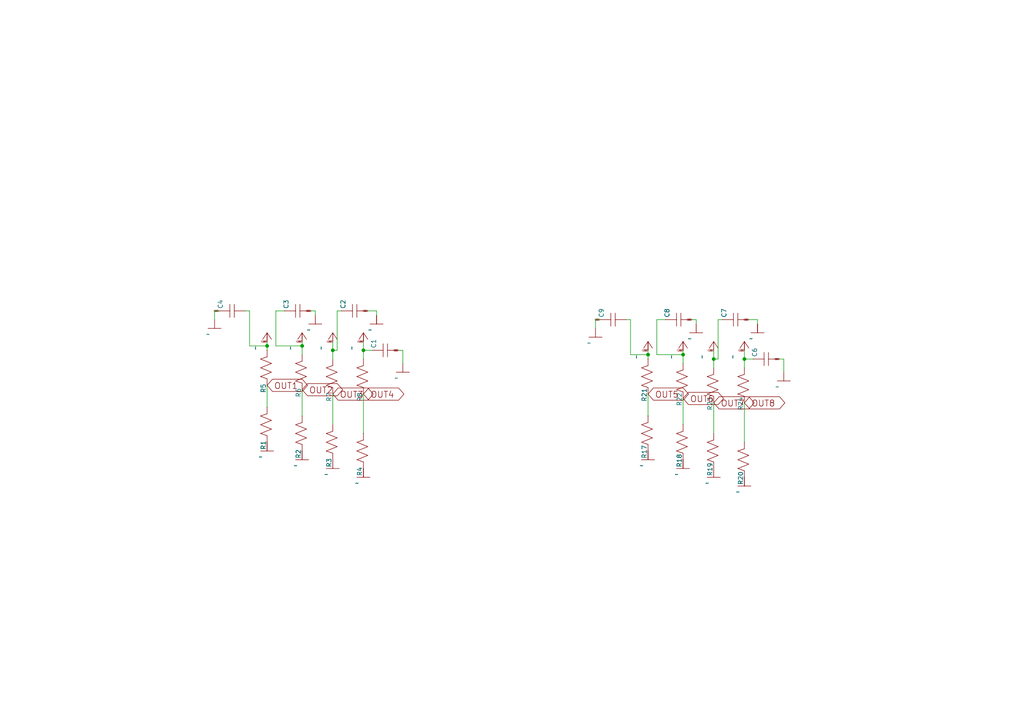
<source format=kicad_sch>
(kicad_sch (version 20211123) (generator eeschema)
  (paper "A4")
  (lib_symbols
    (symbol "breakout-eagle-import:+3V3" (power) (pin_names (offset 1.016))
      (property "Value" "+3V3" (at -2.54 -5.08 90))
      (symbol "+3V3_1_0"
        (polyline (pts (xy 0 0) (xy -1.27 -1.905)))
        (polyline (pts (xy 1.27 -1.905) (xy 0 0)))
        (pin power_in line (at 0 -2.54 90) (length 2.54) (name "+3V3") (number "1"))
      )
    )
    (symbol "breakout-eagle-import:C_MLCC_SMDCMLCC_0603" (pin_names (offset 1.016))
      (property "Reference" "C" (at 0.5588 0.0508 0))
      (property "Value" "C_MLCC_SMDCMLCC_0603" (at 0.5588 -4.3688 0))
      (symbol "C_MLCC_SMDCMLCC_0603_1_0"
        (polyline (pts (xy -1.905 -1.905) (xy 0 -1.905)))
        (polyline (pts (xy 0 -1.905) (xy 0 -5.08)))
        (polyline (pts (xy 0 -1.905) (xy 1.905 -1.905)))
        (polyline (pts (xy 0 -0.635) (xy -1.905 -0.635)))
        (polyline (pts (xy 0 -0.635) (xy 0 2.54)))
        (polyline (pts (xy 1.905 -0.635) (xy 0 -0.635)))
        (pin passive line (at 0 2.54 270) (length 0) (name "1") (number "P$1"))
        (pin passive line (at 0 -5.08 90) (length 0) (name "2") (number "P$2"))
      )
    )
    (symbol "breakout-eagle-import:GND" (power) (pin_names (offset 1.016))
      (property "Value" "GND" (at -2.54 -2.54 0))
      (symbol "GND_1_0"
        (polyline (pts (xy -1.905 0) (xy 1.905 0)))
        (pin power_in line (at 0 2.54 270) (length 2.54) (name "GND") (number "1"))
      )
    )
    (symbol "breakout-eagle-import:R_SMDR0603" (pin_names (offset 1.016))
      (property "Reference" "R" (at -7.2898 0.3048 0))
      (property "Value" "R_SMDR0603" (at 3.3274 0.3048 0))
      (symbol "R_SMDR0603_1_0"
        (polyline (pts (xy -3.175 0) (xy -5.08 0)))
        (polyline (pts (xy -2.54 1.905) (xy -3.175 0)))
        (polyline (pts (xy -2.54 1.905) (xy -1.27 -1.27)))
        (polyline (pts (xy -1.27 -1.27) (xy 0 1.905)))
        (polyline (pts (xy 0 1.905) (xy 1.27 -1.27)))
        (polyline (pts (xy 1.27 -1.27) (xy 2.54 1.905)))
        (polyline (pts (xy 2.54 1.905) (xy 3.175 0)))
        (polyline (pts (xy 3.175 0) (xy 5.08 0)))
        (pin passive line (at -5.08 0 0) (length 0) (name "1") (number "P$1"))
        (pin passive line (at 5.08 0 180) (length 0) (name "2") (number "P$2"))
      )
    )
  )
  (junction (at 87.63 100.33))
  (junction (at 198.12 102.87))
  (junction (at 215.9 104.14))
  (junction (at 187.96 102.87))
  (junction (at 105.41 101.6))
  (junction (at 207.01 104.14))
  (junction (at 77.47 100.33))
  (junction (at 96.52 101.6))
  (wire (pts (xy 215.9 104.14) (xy 215.9 106.68)))
  (wire (pts (xy 99.06 90.17) (xy 97.79 90.17)))
  (wire (pts (xy 77.47 100.33) (xy 77.47 101.6)))
  (wire (pts (xy 96.52 123.19) (xy 96.52 114.3)))
  (wire (pts (xy 207.01 125.73) (xy 207.01 116.84)))
  (wire (pts (xy 198.12 123.19) (xy 198.12 115.57)))
  (wire (pts (xy 217.17 92.71) (xy 219.71 92.71)))
  (wire (pts (xy 182.88 92.71) (xy 181.61 92.71)))
  (wire (pts (xy 208.28 92.71) (xy 208.28 104.14)))
  (wire (pts (xy 187.96 102.87) (xy 182.88 102.87)))
  (wire (pts (xy 172.72 92.71) (xy 172.72 95.25)))
  (wire (pts (xy 77.47 99.06) (xy 77.47 100.33)))
  (wire (pts (xy 190.5 102.87) (xy 190.5 92.71)))
  (wire (pts (xy 173.99 92.71) (xy 172.72 92.71)))
  (wire (pts (xy 80.01 100.33) (xy 80.01 90.17)))
  (wire (pts (xy 106.68 90.17) (xy 109.22 90.17)))
  (wire (pts (xy 87.63 100.33) (xy 80.01 100.33)))
  (wire (pts (xy 209.55 92.71) (xy 208.28 92.71)))
  (wire (pts (xy 63.5 90.17) (xy 62.23 90.17)))
  (wire (pts (xy 72.39 90.17) (xy 71.12 90.17)))
  (wire (pts (xy 105.41 99.06) (xy 105.41 101.6)))
  (wire (pts (xy 219.71 92.71) (xy 219.71 93.98)))
  (wire (pts (xy 218.44 104.14) (xy 215.9 104.14)))
  (wire (pts (xy 105.41 101.6) (xy 105.41 104.14)))
  (wire (pts (xy 207.01 101.6) (xy 207.01 104.14)))
  (wire (pts (xy 87.63 120.65) (xy 87.63 113.03)))
  (wire (pts (xy 91.44 90.17) (xy 91.44 91.44)))
  (wire (pts (xy 96.52 101.6) (xy 97.79 101.6)))
  (wire (pts (xy 97.79 90.17) (xy 97.79 101.6)))
  (wire (pts (xy 187.96 102.87) (xy 187.96 104.14)))
  (wire (pts (xy 96.52 99.06) (xy 96.52 101.6)))
  (wire (pts (xy 62.23 90.17) (xy 62.23 92.71)))
  (wire (pts (xy 116.84 101.6) (xy 116.84 105.41)))
  (wire (pts (xy 190.5 92.71) (xy 193.04 92.71)))
  (wire (pts (xy 80.01 90.17) (xy 82.55 90.17)))
  (wire (pts (xy 187.96 101.6) (xy 187.96 102.87)))
  (wire (pts (xy 109.22 90.17) (xy 109.22 91.44)))
  (wire (pts (xy 215.9 101.6) (xy 215.9 104.14)))
  (wire (pts (xy 198.12 101.6) (xy 198.12 102.87)))
  (wire (pts (xy 215.9 128.27) (xy 215.9 116.84)))
  (wire (pts (xy 182.88 102.87) (xy 182.88 92.71)))
  (wire (pts (xy 107.95 101.6) (xy 105.41 101.6)))
  (wire (pts (xy 72.39 100.33) (xy 72.39 90.17)))
  (wire (pts (xy 207.01 104.14) (xy 207.01 106.68)))
  (wire (pts (xy 87.63 99.06) (xy 87.63 100.33)))
  (wire (pts (xy 187.96 114.3) (xy 187.96 120.65)))
  (wire (pts (xy 115.57 101.6) (xy 116.84 101.6)))
  (wire (pts (xy 77.47 100.33) (xy 72.39 100.33)))
  (wire (pts (xy 198.12 102.87) (xy 190.5 102.87)))
  (wire (pts (xy 77.47 111.76) (xy 77.47 118.11)))
  (wire (pts (xy 198.12 102.87) (xy 198.12 105.41)))
  (wire (pts (xy 200.66 92.71) (xy 201.93 92.71)))
  (wire (pts (xy 207.01 104.14) (xy 208.28 104.14)))
  (wire (pts (xy 90.17 90.17) (xy 91.44 90.17)))
  (wire (pts (xy 226.06 104.14) (xy 227.33 104.14)))
  (wire (pts (xy 105.41 125.73) (xy 105.41 114.3)))
  (wire (pts (xy 96.52 101.6) (xy 96.52 104.14)))
  (wire (pts (xy 87.63 100.33) (xy 87.63 102.87)))
  (wire (pts (xy 227.33 104.14) (xy 227.33 107.95)))
  (wire (pts (xy 201.93 92.71) (xy 201.93 93.98)))
  (global_label "+3V3" (shape bidirectional) (at 207.01 101.6 180) (effects (font (size 0.254 0.254))) (property "Intersheet References" "${INTERSHEET_REFS}" (effects hide)))
  (global_label "GND" (shape bidirectional) (at 106.68 90.17 180) (effects (font (size 0.254 0.254))) (property "Intersheet References" "${INTERSHEET_REFS}" (effects hide)))
  (global_label "OUT4" (shape bidirectional) (at 105.41 114.3 0) (effects (font (size 1.778 1.778))) (property "Intersheet References" "${INTERSHEET_REFS}" (effects hide)))
  (global_label "OUT5" (shape bidirectional) (at 187.96 114.3 0) (effects (font (size 1.778 1.778))) (property "Intersheet References" "${INTERSHEET_REFS}" (effects hide)))
  (global_label "OUT1" (shape bidirectional) (at 77.47 111.76 0) (effects (font (size 1.778 1.778))) (property "Intersheet References" "${INTERSHEET_REFS}" (effects hide)))
  (global_label "OUT2" (shape bidirectional) (at 87.63 113.03 0) (effects (font (size 1.778 1.778))) (property "Intersheet References" "${INTERSHEET_REFS}" (effects hide)))
  (global_label "+3V3" (shape bidirectional) (at 105.41 99.06 180) (effects (font (size 0.254 0.254))) (property "Intersheet References" "${INTERSHEET_REFS}" (effects hide)))
  (global_label "GND" (shape bidirectional) (at 115.57 101.6 180) (effects (font (size 0.254 0.254))) (property "Intersheet References" "${INTERSHEET_REFS}" (effects hide)))
  (global_label "+3V3" (shape bidirectional) (at 77.47 99.06 180) (effects (font (size 0.254 0.254))) (property "Intersheet References" "${INTERSHEET_REFS}" (effects hide)))
  (global_label "OUT3" (shape bidirectional) (at 96.52 114.3 0) (effects (font (size 1.778 1.778))) (property "Intersheet References" "${INTERSHEET_REFS}" (effects hide)))
  (global_label "+3V3" (shape bidirectional) (at 96.52 99.06 180) (effects (font (size 0.254 0.254))) (property "Intersheet References" "${INTERSHEET_REFS}" (effects hide)))
  (global_label "OUT7" (shape bidirectional) (at 207.01 116.84 0) (effects (font (size 1.778 1.778))) (property "Intersheet References" "${INTERSHEET_REFS}" (effects hide)))
  (global_label "GND" (shape bidirectional) (at 200.66 92.71 180) (effects (font (size 0.254 0.254))) (property "Intersheet References" "${INTERSHEET_REFS}" (effects hide)))
  (global_label "+3V3" (shape bidirectional) (at 215.9 101.6 180) (effects (font (size 0.254 0.254))) (property "Intersheet References" "${INTERSHEET_REFS}" (effects hide)))
  (global_label "GND" (shape bidirectional) (at 63.5 90.17 180) (effects (font (size 0.254 0.254))) (property "Intersheet References" "${INTERSHEET_REFS}" (effects hide)))
  (global_label "GND" (shape bidirectional) (at 217.17 92.71 180) (effects (font (size 0.254 0.254))) (property "Intersheet References" "${INTERSHEET_REFS}" (effects hide)))
  (global_label "+3V3" (shape bidirectional) (at 198.12 101.6 180) (effects (font (size 0.254 0.254))) (property "Intersheet References" "${INTERSHEET_REFS}" (effects hide)))
  (global_label "OUT8" (shape bidirectional) (at 215.9 116.84 0) (effects (font (size 1.778 1.778))) (property "Intersheet References" "${INTERSHEET_REFS}" (effects hide)))
  (global_label "+3V3" (shape bidirectional) (at 187.96 101.6 180) (effects (font (size 0.254 0.254))) (property "Intersheet References" "${INTERSHEET_REFS}" (effects hide)))
  (global_label "GND" (shape bidirectional) (at 90.17 90.17 180) (effects (font (size 0.254 0.254))) (property "Intersheet References" "${INTERSHEET_REFS}" (effects hide)))
  (global_label "GND" (shape bidirectional) (at 226.06 104.14 180) (effects (font (size 0.254 0.254))) (property "Intersheet References" "${INTERSHEET_REFS}" (effects hide)))
  (global_label "OUT6" (shape bidirectional) (at 198.12 115.57 0) (effects (font (size 1.778 1.778))) (property "Intersheet References" "${INTERSHEET_REFS}" (effects hide)))
  (global_label "+3V3" (shape bidirectional) (at 87.63 99.06 180) (effects (font (size 0.254 0.254))) (property "Intersheet References" "${INTERSHEET_REFS}" (effects hide)))
  (global_label "GND" (shape bidirectional) (at 173.99 92.71 180) (effects (font (size 0.254 0.254))) (property "Intersheet References" "${INTERSHEET_REFS}" (effects hide)))
  (symbol (lib_id "breakout-eagle-import:GND") (at 62.23 95.25 0) (unit 1)
    (property "Reference" "#GND17" (effects hide))
  )
  (symbol (lib_id "breakout-eagle-import:GND") (at 116.84 107.95 0) (unit 1)
    (property "Reference" "#GND14" (effects hide))
  )
  (symbol (lib_id "breakout-eagle-import:C_MLCC_SMDCMLCC_0603") (at 85.09 90.17 90) (unit 1)
    (property "Reference" "C3" (at 83.7438 89.6112 0) (effects (font (size 1.2954 1.2954)) (justify left bottom)))
  )
  (symbol (lib_id "breakout-eagle-import:GND") (at 87.63 133.35 0) (unit 1)
    (property "Reference" "#GND11" (effects hide))
  )
  (symbol (lib_id "breakout-eagle-import:+3V3") (at 198.12 99.06 0) (unit 1)
    (property "Reference" "#+3V8" (effects hide))
  )
  (symbol (lib_id "breakout-eagle-import:R_SMDR0603") (at 96.52 128.27 90) (unit 1)
    (property "Reference" "R3" (at 96.1898 135.5852 0) (effects (font (size 1.2954 1.2954)) (justify left bottom)))
    (property "PARTNO" "RK73H1JTTD1000F" (effects hide))
  )
  (symbol (lib_id "breakout-eagle-import:+3V3") (at 207.01 99.06 0) (unit 1)
    (property "Reference" "#+3V9" (effects hide))
  )
  (symbol (lib_id "breakout-eagle-import:R_SMDR0603") (at 207.01 111.76 90) (unit 1)
    (property "Reference" "R23" (at 206.6798 119.0752 0) (effects (font (size 1.2954 1.2954)) (justify left bottom)))
    (property "PARTNO" "RK73H1JTTD1000F" (effects hide))
  )
  (symbol (lib_id "breakout-eagle-import:GND") (at 109.22 93.98 0) (unit 1)
    (property "Reference" "#GND15" (effects hide))
  )
  (symbol (lib_id "breakout-eagle-import:GND") (at 215.9 140.97 0) (unit 1)
    (property "Reference" "#GND20" (effects hide))
  )
  (symbol (lib_id "breakout-eagle-import:GND") (at 219.71 96.52 0) (unit 1)
    (property "Reference" "#GND25" (effects hide))
  )
  (symbol (lib_id "breakout-eagle-import:C_MLCC_SMDCMLCC_0603") (at 66.04 90.17 90) (unit 1)
    (property "Reference" "C4" (at 64.6938 89.6112 0) (effects (font (size 1.2954 1.2954)) (justify left bottom)))
  )
  (symbol (lib_id "breakout-eagle-import:+3V3") (at 87.63 96.52 0) (unit 1)
    (property "Reference" "#+3V2" (effects hide))
  )
  (symbol (lib_id "breakout-eagle-import:C_MLCC_SMDCMLCC_0603") (at 110.49 101.6 90) (unit 1)
    (property "Reference" "C1" (at 109.1438 101.0412 0) (effects (font (size 1.2954 1.2954)) (justify left bottom)))
  )
  (symbol (lib_id "breakout-eagle-import:R_SMDR0603") (at 77.47 106.68 90) (unit 1)
    (property "Reference" "R5" (at 77.1398 113.9952 0) (effects (font (size 1.2954 1.2954)) (justify left bottom)))
    (property "PARTNO" "RK73H1JTTD1000F" (effects hide))
  )
  (symbol (lib_id "breakout-eagle-import:C_MLCC_SMDCMLCC_0603") (at 176.53 92.71 90) (unit 1)
    (property "Reference" "C9" (at 175.1838 92.1512 0) (effects (font (size 1.2954 1.2954)) (justify left bottom)))
  )
  (symbol (lib_id "breakout-eagle-import:+3V3") (at 77.47 96.52 0) (unit 1)
    (property "Reference" "#+3V1" (effects hide))
  )
  (symbol (lib_id "breakout-eagle-import:GND") (at 172.72 97.79 0) (unit 1)
    (property "Reference" "#GND27" (effects hide))
  )
  (symbol (lib_id "breakout-eagle-import:R_SMDR0603") (at 198.12 128.27 90) (unit 1)
    (property "Reference" "R18" (at 197.7898 135.5852 0) (effects (font (size 1.2954 1.2954)) (justify left bottom)))
    (property "PARTNO" "RK73H1JTTD1000F" (effects hide))
  )
  (symbol (lib_id "breakout-eagle-import:R_SMDR0603") (at 207.01 130.81 90) (unit 1)
    (property "Reference" "R19" (at 206.6798 138.1252 0) (effects (font (size 1.2954 1.2954)) (justify left bottom)))
    (property "PARTNO" "RK73H1JTTD1000F" (effects hide))
  )
  (symbol (lib_id "breakout-eagle-import:R_SMDR0603") (at 96.52 109.22 90) (unit 1)
    (property "Reference" "R7" (at 96.1898 116.5352 0) (effects (font (size 1.2954 1.2954)) (justify left bottom)))
    (property "PARTNO" "RK73H1JTTD1000F" (effects hide))
  )
  (symbol (lib_id "breakout-eagle-import:GND") (at 227.33 110.49 0) (unit 1)
    (property "Reference" "#GND24" (effects hide))
  )
  (symbol (lib_id "breakout-eagle-import:C_MLCC_SMDCMLCC_0603") (at 101.6 90.17 90) (unit 1)
    (property "Reference" "C2" (at 100.2538 89.6112 0) (effects (font (size 1.2954 1.2954)) (justify left bottom)))
  )
  (symbol (lib_id "breakout-eagle-import:R_SMDR0603") (at 198.12 110.49 90) (unit 1)
    (property "Reference" "R22" (at 197.7898 117.8052 0) (effects (font (size 1.2954 1.2954)) (justify left bottom)))
    (property "PARTNO" "RK73H1JTTD1000F" (effects hide))
  )
  (symbol (lib_id "breakout-eagle-import:C_MLCC_SMDCMLCC_0603") (at 195.58 92.71 90) (unit 1)
    (property "Reference" "C8" (at 194.2338 92.1512 0) (effects (font (size 1.2954 1.2954)) (justify left bottom)))
  )
  (symbol (lib_id "breakout-eagle-import:R_SMDR0603") (at 105.41 109.22 90) (unit 1)
    (property "Reference" "R8" (at 105.0798 116.5352 0) (effects (font (size 1.2954 1.2954)) (justify left bottom)))
    (property "PARTNO" "RK73H1JTTD1000F" (effects hide))
  )
  (symbol (lib_id "breakout-eagle-import:+3V3") (at 215.9 99.06 0) (unit 1)
    (property "Reference" "#+3V10" (effects hide))
  )
  (symbol (lib_id "breakout-eagle-import:R_SMDR0603") (at 77.47 123.19 90) (unit 1)
    (property "Reference" "R1" (at 77.1398 130.5052 0) (effects (font (size 1.2954 1.2954)) (justify left bottom)))
    (property "PARTNO" "RK73H1JTTD1000F" (effects hide))
  )
  (symbol (lib_id "breakout-eagle-import:GND") (at 96.52 135.89 0) (unit 1)
    (property "Reference" "#GND10" (effects hide))
  )
  (symbol (lib_id "breakout-eagle-import:GND") (at 105.41 138.43 0) (unit 1)
    (property "Reference" "#GND9" (effects hide))
  )
  (symbol (lib_id "breakout-eagle-import:R_SMDR0603") (at 215.9 111.76 90) (unit 1)
    (property "Reference" "R24" (at 215.5698 119.0752 0) (effects (font (size 1.2954 1.2954)) (justify left bottom)))
    (property "PARTNO" "RK73H1JTTD1000F" (effects hide))
  )
  (symbol (lib_id "breakout-eagle-import:GND") (at 91.44 93.98 0) (unit 1)
    (property "Reference" "#GND16" (effects hide))
  )
  (symbol (lib_id "breakout-eagle-import:GND") (at 201.93 96.52 0) (unit 1)
    (property "Reference" "#GND26" (effects hide))
  )
  (symbol (lib_id "breakout-eagle-import:R_SMDR0603") (at 215.9 133.35 90) (unit 1)
    (property "Reference" "R20" (at 215.5698 140.6652 0) (effects (font (size 1.2954 1.2954)) (justify left bottom)))
    (property "PARTNO" "RK73H1JTTD1000F" (effects hide))
  )
  (symbol (lib_id "breakout-eagle-import:R_SMDR0603") (at 105.41 130.81 90) (unit 1)
    (property "Reference" "R4" (at 105.0798 138.1252 0) (effects (font (size 1.2954 1.2954)) (justify left bottom)))
    (property "PARTNO" "RK73H1JTTD1000F" (effects hide))
  )
  (symbol (lib_id "breakout-eagle-import:+3V3") (at 187.96 99.06 0) (unit 1)
    (property "Reference" "#+3V7" (effects hide))
  )
  (symbol (lib_id "breakout-eagle-import:C_MLCC_SMDCMLCC_0603") (at 212.09 92.71 90) (unit 1)
    (property "Reference" "C7" (at 210.7438 92.1512 0) (effects (font (size 1.2954 1.2954)) (justify left bottom)))
  )
  (symbol (lib_id "breakout-eagle-import:+3V3") (at 96.52 96.52 0) (unit 1)
    (property "Reference" "#+3V3" (effects hide))
  )
  (symbol (lib_id "breakout-eagle-import:GND") (at 77.47 130.81 0) (unit 1)
    (property "Reference" "#GND12" (effects hide))
  )
  (symbol (lib_id "breakout-eagle-import:R_SMDR0603") (at 187.96 109.22 90) (unit 1)
    (property "Reference" "R21" (at 187.6298 116.5352 0) (effects (font (size 1.2954 1.2954)) (justify left bottom)))
    (property "PARTNO" "RK73H1JTTD1000F" (effects hide))
  )
  (symbol (lib_id "breakout-eagle-import:R_SMDR0603") (at 87.63 107.95 90) (unit 1)
    (property "Reference" "R6" (at 87.2998 115.2652 0) (effects (font (size 1.2954 1.2954)) (justify left bottom)))
    (property "PARTNO" "RK73H1JTTD1000F" (effects hide))
  )
  (symbol (lib_id "breakout-eagle-import:R_SMDR0603") (at 87.63 125.73 90) (unit 1)
    (property "Reference" "R2" (at 87.2998 133.0452 0) (effects (font (size 1.2954 1.2954)) (justify left bottom)))
    (property "PARTNO" "RK73H1JTTD1000F" (effects hide))
  )
  (symbol (lib_id "breakout-eagle-import:GND") (at 187.96 133.35 0) (unit 1)
    (property "Reference" "#GND23" (effects hide))
  )
  (symbol (lib_id "breakout-eagle-import:GND") (at 207.01 138.43 0) (unit 1)
    (property "Reference" "#GND21" (effects hide))
  )
  (symbol (lib_id "breakout-eagle-import:R_SMDR0603") (at 187.96 125.73 90) (unit 1)
    (property "Reference" "R17" (at 187.6298 133.0452 0) (effects (font (size 1.2954 1.2954)) (justify left bottom)))
    (property "PARTNO" "RK73H1JTTD1000F" (effects hide))
  )
  (symbol (lib_id "breakout-eagle-import:C_MLCC_SMDCMLCC_0603") (at 220.98 104.14 90) (unit 1)
    (property "Reference" "C6" (at 219.6338 103.5812 0) (effects (font (size 1.2954 1.2954)) (justify left bottom)))
  )
  (symbol (lib_id "breakout-eagle-import:+3V3") (at 105.41 96.52 0) (unit 1)
    (property "Reference" "#+3V4" (effects hide))
  )
  (symbol (lib_id "breakout-eagle-import:GND") (at 198.12 135.89 0) (unit 1)
    (property "Reference" "#GND22" (effects hide))
  )
)
</source>
